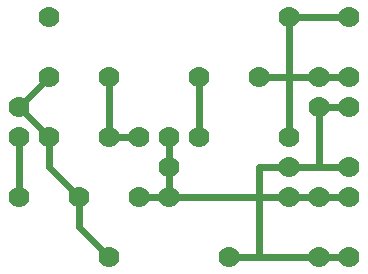
<source format=gbl>
G75*
%MOIN*%
%OFA0B0*%
%FSLAX25Y25*%
%IPPOS*%
%LPD*%
%AMOC8*
5,1,8,0,0,1.08239X$1,22.5*
%
%ADD10C,0.07000*%
%ADD11C,0.02400*%
D10*
X0041500Y0012767D03*
X0031500Y0032767D03*
X0011500Y0032767D03*
X0011500Y0052767D03*
X0021500Y0052767D03*
X0011500Y0062767D03*
X0021500Y0072767D03*
X0041500Y0072767D03*
X0041500Y0052767D03*
X0051500Y0052767D03*
X0061500Y0052767D03*
X0071500Y0052767D03*
X0061500Y0042767D03*
X0061500Y0032767D03*
X0051500Y0032767D03*
X0081500Y0012767D03*
X0101500Y0032767D03*
X0111500Y0032767D03*
X0121500Y0032767D03*
X0121500Y0042767D03*
X0101500Y0042767D03*
X0101500Y0052767D03*
X0111500Y0062767D03*
X0121500Y0062767D03*
X0121500Y0072767D03*
X0111500Y0072767D03*
X0091500Y0072767D03*
X0071500Y0072767D03*
X0101500Y0092767D03*
X0121500Y0092767D03*
X0021500Y0092767D03*
X0111500Y0012767D03*
X0121500Y0012767D03*
D11*
X0041500Y0012767D02*
X0031500Y0022767D01*
X0031500Y0032767D01*
X0031500Y0032767D01*
X0021500Y0042767D01*
X0021500Y0052767D01*
X0021500Y0052767D01*
X0021500Y0052767D01*
X0011500Y0062767D01*
X0011500Y0062767D01*
X0011500Y0062767D01*
X0021500Y0072767D01*
X0021500Y0072767D01*
X0041500Y0072767D02*
X0041500Y0052767D01*
X0041500Y0052767D01*
X0051500Y0052767D01*
X0051500Y0052767D01*
X0061500Y0052767D02*
X0061500Y0052767D01*
X0061500Y0042767D01*
X0061500Y0042767D01*
X0061500Y0032767D01*
X0101500Y0032767D01*
X0111500Y0032767D01*
X0111500Y0032767D01*
X0121500Y0032767D01*
X0121500Y0032767D01*
X0111500Y0032767D02*
X0111500Y0032767D01*
X0101500Y0032767D02*
X0061500Y0032767D01*
X0101500Y0032767D01*
X0101500Y0042767D02*
X0091500Y0042767D01*
X0091500Y0012767D01*
X0081500Y0012767D01*
X0081500Y0012767D01*
X0091500Y0012767D02*
X0111500Y0012767D01*
X0111500Y0012767D01*
X0121500Y0012767D01*
X0121500Y0012767D01*
X0111500Y0012767D02*
X0111500Y0012767D01*
X0111500Y0042767D02*
X0101500Y0042767D01*
X0101500Y0042767D01*
X0111500Y0042767D02*
X0111500Y0062767D01*
X0111500Y0062767D01*
X0111500Y0062767D01*
X0121500Y0062767D01*
X0121500Y0062767D01*
X0121500Y0072767D02*
X0111500Y0072767D01*
X0111500Y0072767D01*
X0101500Y0072767D01*
X0101500Y0052767D01*
X0101500Y0092767D01*
X0121500Y0092767D01*
X0121500Y0092767D01*
X0101500Y0092767D02*
X0101500Y0052767D01*
X0111500Y0042767D02*
X0121500Y0042767D01*
X0121500Y0072767D02*
X0121500Y0072767D01*
X0111500Y0072767D02*
X0111500Y0072767D01*
X0101500Y0072767D02*
X0091500Y0072767D01*
X0091500Y0072767D01*
X0071500Y0072767D02*
X0071500Y0072767D01*
X0071500Y0052767D01*
X0071500Y0052767D01*
X0061500Y0032767D02*
X0051500Y0032767D01*
X0051500Y0032767D01*
X0031500Y0032767D02*
X0031500Y0032767D01*
X0011500Y0032767D02*
X0011500Y0032767D01*
X0011500Y0052767D01*
X0011500Y0052767D01*
X0041500Y0012767D02*
X0041500Y0012767D01*
M02*

</source>
